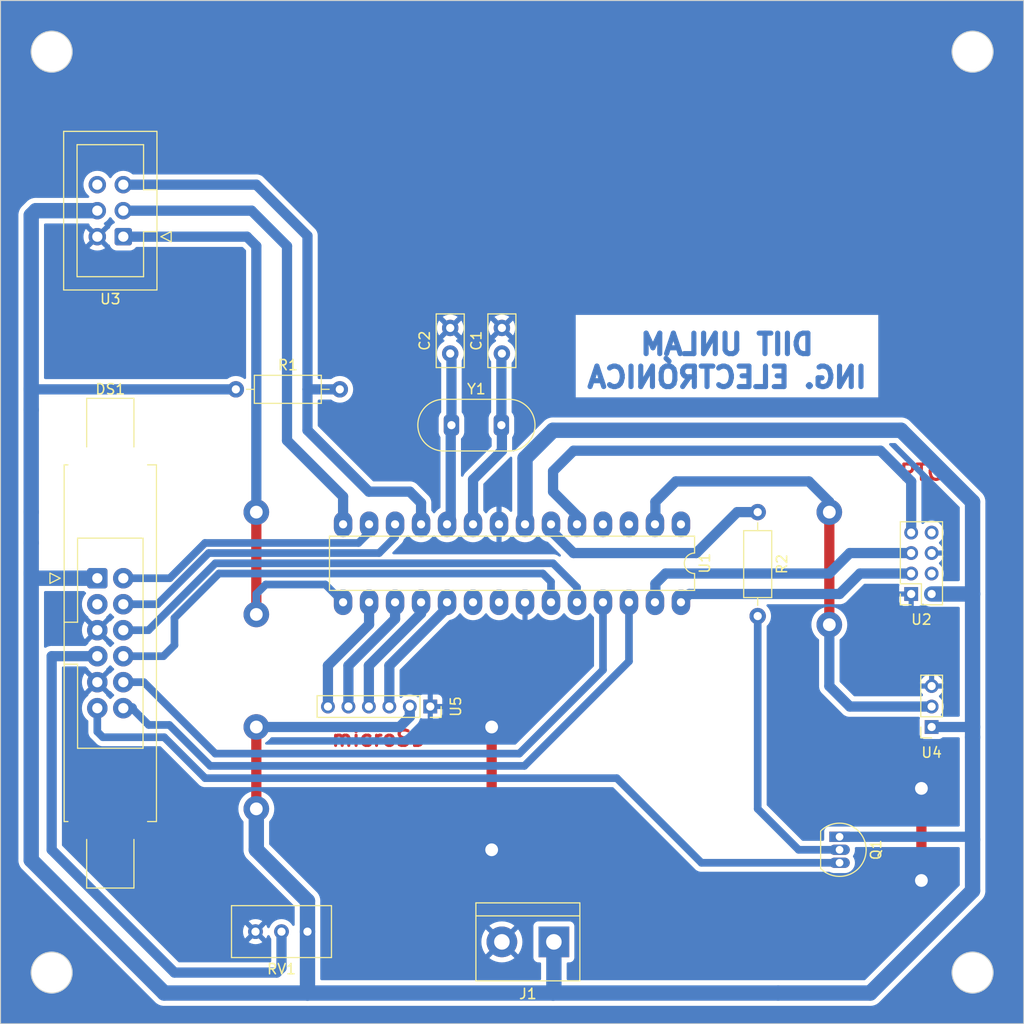
<source format=kicad_pcb>
(kicad_pcb (version 20221018) (generator pcbnew)
  (title_block (title "Control de Energía por Tiempos de Operación") (date "2023-06-09") (company "Electrónica de Potencia - DIIT UNLAM") (comment 1 "Ing. Guillermo Luis Miquel - Ing. Oscar Pugliese") (comment 2 "AGOSTINO - MEHLE - RUIZ - SOKOLIC - YUJRA"))
  (layers (0 "F.Cu" signal) (31 "B.Cu" signal) (34 "B.Paste" user) (35 "F.Paste" user) (36 "B.SilkS" user "B.Silkscreen") (37 "F.SilkS" user "F.Silkscreen") (38 "B.Mask" user) (39 "F.Mask" user) (44 "Edge.Cuts" user))
  (net 0 "")
  (net 1 "GND")
  (net 2 "+5V")
  (net 3 "Net-(DS1-VO)")
  (net 4 "LCD_RS")
  (net 5 "LCD_EN")
  (net 7 "LCD_D4")
  (net 8 "LCD_D5")
  (net 9 "Net-(Q1-B)")
  (net 10 "LED (+)")
  (net 11 "SWITCH")
  (net 13 "Net-(U1-PD4)")
  (net 14 "CS")
  (net 16 "SQW")
  (net 17 "Net-(U1-PB0)")
  (net 18 "Net-(U1-PB1)")
  (net 19 "MOSI")
  (net 20 "MISO")
  (net 21 "SALIDA_RELAY")
  (net 24 "LCD_D6")
  (net 25 "LCD_D7")
  (net 26 "SDA")
  (net 27 "SCL")
  (net 30 "Net-(U1-XTAL1{slash}PB6)")
  (net 31 "Net-(U1-XTAL2{slash}PB7)")
  (net 32 "SCK")
  (footprint "Resistor_THT:R_Axial_DIN0207_L6.3mm_D2.5mm_P10.16mm_Horizontal" (layer "F.Cu") (at 122 88)
    (fp_text reference "R1" (at 5.08 -2.37) (layer "F.SilkS"))
    (fp_text value "10K")
    (fp_line (start 1.04 0) (end 1.81 0) (stroke (width 0.12)) (layer "F.SilkS"))
    (fp_line (start 1.81 -1.37) (end 1.81 1.37) (stroke (width 0.12)) (layer "F.SilkS"))
    (fp_line (start 1.81 1.37) (end 8.35 1.37) (stroke (width 0.12)) (layer "F.SilkS"))
    (fp_line (start 8.35 -1.37) (end 1.81 -1.37) (stroke (width 0.12)) (layer "F.SilkS"))
    (fp_line (start 8.35 1.37) (end 8.35 -1.37) (stroke (width 0.12)) (layer "F.SilkS"))
    (fp_line (start 9.12 0) (end 8.35 0) (stroke (width 0.12)) (layer "F.SilkS"))
    (pad "1" thru_hole circle (at 0 0) (size 1.6 1.6) (drill 0.8) (layers "*.Cu" "*.Mask") (net 2 "+5V"))
    (pad "2" thru_hole oval (at 10.16 0) (size 1.6 1.6) (drill 0.8) (layers "*.Cu" "*.Mask") (net 11 "SWITCH"))
  )
  (footprint "Connector_PinSocket_2.00mm:PinSocket_2x04_P2.00mm_Vertical" (layer "F.Cu") (at 188 108 180)
    (fp_text reference "U2" (at -1 -2.5 180) (layer "F.SilkS"))
    (fp_text value "DS3231M")
    (fp_line (start -3.06 -1.06) (end -3.06 7.06) (stroke (width 0.12)) (layer "F.SilkS"))
    (fp_line (start -3.06 -1.06) (end -1 -1.06) (stroke (width 0.12)) (layer "F.SilkS"))
    (fp_line (start -3.06 7.06) (end 1.06 7.06) (stroke (width 0.12)) (layer "F.SilkS"))
    (fp_line (start -1 -1.06) (end -1 1) (stroke (width 0.12)) (layer "F.SilkS"))
    (fp_line (start -1 1) (end 1.06 1) (stroke (width 0.12)) (layer "F.SilkS"))
    (fp_line (start 0 -1.06) (end 1.06 -1.06) (stroke (width 0.12)) (layer "F.SilkS"))
    (fp_line (start 1.06 -1.06) (end 1.06 0) (stroke (width 0.12)) (layer "F.SilkS"))
    (fp_line (start 1.06 1) (end 1.06 7.06) (stroke (width 0.12)) (layer "F.SilkS"))
    (pad "1" thru_hole oval (at -2 6 180) (size 1.35 1.35) (drill 0.8) (layers "*.Cu" "*.Mask"))
    (pad "2" thru_hole oval (at -2 0 180) (size 1.35 1.35) (drill 0.8) (layers "*.Cu" "*.Mask") (net 2 "+5V"))
    (pad "3" thru_hole oval (at 0 6 180) (size 1.35 1.35) (drill 0.8) (layers "*.Cu" "*.Mask") (net 16 "SQW"))
    (pad "4" thru_hole oval (at -2 2 180) (size 1.35 1.35) (drill 0.8) (layers "*.Cu" "*.Mask"))
    (pad "6" thru_hole oval (at -2 4 180) (size 1.35 1.35) (drill 0.8) (layers "*.Cu" "*.Mask") (net 1 "GND"))
    (pad "8" thru_hole rect (at 0 0 180) (size 1.35 1.35) (drill 0.8) (layers "*.Cu" "*.Mask") (net 1 "GND"))
    (pad "15" thru_hole oval (at 0 4 180) (size 1.35 1.35) (drill 0.8) (layers "*.Cu" "*.Mask") (net 26 "SDA"))
    (pad "16" thru_hole oval (at 0 2 180) (size 1.35 1.35) (drill 0.8) (layers "*.Cu" "*.Mask") (net 27 "SCL"))
  )
  (footprint "Capacitor_THT:C_Disc_D5.0mm_W2.5mm_P2.50mm" (layer "F.Cu") (at 148 84.5 90)
    (fp_text reference "C1" (at 1.25 -2.5 90) (layer "F.SilkS"))
    (fp_text value "22pF")
    (fp_line (start -1.37 -1.37) (end -1.37 1.37) (stroke (width 0.12)) (layer "F.SilkS"))
    (fp_line (start -1.37 -1.37) (end 3.87 -1.37) (stroke (width 0.12)) (layer "F.SilkS"))
    (fp_line (start -1.37 1.37) (end 3.87 1.37) (stroke (width 0.12)) (layer "F.SilkS"))
    (fp_line (start 3.87 -1.37) (end 3.87 1.37) (stroke (width 0.12)) (layer "F.SilkS"))
    (pad "1" thru_hole circle (at 0 0 90) (size 1.6 1.6) (drill 0.8) (layers "*.Cu" "*.Mask") (net 30 "Net-(U1-XTAL1{slash}PB6)"))
    (pad "2" thru_hole circle (at 2.5 0 90) (size 1.6 1.6) (drill 0.8) (layers "*.Cu" "*.Mask") (net 1 "GND"))
  )
  (footprint "TerminalBlock:TerminalBlock_bornier-2_P5.08mm" (layer "F.Cu") (at 153.08 142 180)
    (fp_text reference "J1" (at 2.54 -5.08) (layer "F.SilkS"))
    (fp_text value "Conn_01x02_Socket")
    (fp_line (start -2.54 -3.81) (end -2.54 3.81) (stroke (width 0.12)) (layer "F.SilkS"))
    (fp_line (start -2.54 3.81) (end 7.62 3.81) (stroke (width 0.12)) (layer "F.SilkS"))
    (fp_line (start 7.62 -3.81) (end -2.54 -3.81) (stroke (width 0.12)) (layer "F.SilkS"))
    (fp_line (start 7.62 2.54) (end -2.54 2.54) (stroke (width 0.12)) (layer "F.SilkS"))
    (fp_line (start 7.62 3.81) (end 7.62 -3.81) (stroke (width 0.12)) (layer "F.SilkS"))
    (pad "1" thru_hole rect (at 0 0 180) (size 3 3) (drill 1.52) (layers "*.Cu" "*.Mask") (net 2 "+5V"))
    (pad "2" thru_hole circle (at 5.08 0 180) (size 3 3) (drill 1.52) (layers "*.Cu" "*.Mask") (net 1 "GND"))
  )
  (footprint "Package_DIP:DIP-28_W7.62mm" (layer "F.Cu") (at 165.5 101.19 -90)
    (fp_text reference "U1" (at 3.81 -2.33 90) (layer "F.SilkS"))
    (fp_text value "ATmega328P-P")
    (fp_line (start 1.16 -1.33) (end 1.16 34.35) (stroke (width 0.12)) (layer "F.SilkS"))
    (fp_line (start 1.16 34.35) (end 6.46 34.35) (stroke (width 0.12)) (layer "F.SilkS"))
    (fp_line (start 2.81 -1.33) (end 1.16 -1.33) (stroke (width 0.12)) (layer "F.SilkS"))
    (fp_line (start 6.46 -1.33) (end 4.81 -1.33) (stroke (width 0.12)) (layer "F.SilkS"))
    (fp_line (start 6.46 34.35) (end 6.46 -1.33) (stroke (width 0.12)) (layer "F.SilkS"))
    (fp_arc (start 4.81 -1.33) (mid 3.81 -0.33) (end 2.81 -1.33) (stroke (width 0.12)) (layer "F.SilkS"))
    (pad "1" thru_hole oval (at 0 0 270) (size 2.5 1.8) (drill 0.8) (layers "*.Cu" "*.Mask"))
    (pad "2" thru_hole oval (at 0 2.54 270) (size 2.5 1.8) (drill 0.8) (layers "*.Cu" "*.Mask") (net 21 "SALIDA_RELAY"))
    (pad "3" thru_hole oval (at 0 5.08 270) (size 2.5 1.8) (drill 0.8) (layers "*.Cu" "*.Mask"))
    (pad "4" thru_hole oval (at 0 7.62 270) (size 2.5 1.8) (drill 0.8) (layers "*.Cu" "*.Mask"))
    (pad "5" thru_hole oval (at 0 10.16 270) (size 2.5 1.8) (drill 0.8) (layers "*.Cu" "*.Mask") (net 16 "SQW"))
    (pad "6" thru_hole oval (at 0 12.7 270) (size 2.5 1.8) (drill 0.8) (layers "*.Cu" "*.Mask") (net 13 "Net-(U1-PD4)"))
    (pad "7" thru_hole oval (at 0 15.24 270) (size 2.5 1.8) (drill 0.8) (layers "*.Cu" "*.Mask") (net 2 "+5V"))
    (pad "8" thru_hole oval (at 0 17.78 270) (size 2.5 1.8) (drill 0.8) (layers "*.Cu" "*.Mask") (net 1 "GND"))
    (pad "9" thru_hole oval (at 0 20.32 270) (size 2.5 1.8) (drill 0.8) (layers "*.Cu" "*.Mask") (net 30 "Net-(U1-XTAL1{slash}PB6)"))
    (pad "10" thru_hole oval (at 0 22.86 270) (size 2.5 1.8) (drill 0.8) (layers "*.Cu" "*.Mask") (net 31 "Net-(U1-XTAL2{slash}PB7)"))
    (pad "11" thru_hole oval (at 0 25.4 270) (size 2.5 1.8) (drill 0.8) (layers "*.Cu" "*.Mask") (net 11 "SWITCH"))
    (pad "12" thru_hole oval (at 0 27.94 270) (size 2.5 1.8) (drill 0.8) (layers "*.Cu" "*.Mask") (net 5 "LCD_EN"))
    (pad "13" thru_hole oval (at 0 30.48 270) (size 2.5 1.8) (drill 0.8) (layers "*.Cu" "*.Mask") (net 4 "LCD_RS"))
    (pad "14" thru_hole oval (at 0 33.02 270) (size 2.5 1.8) (drill 0.8) (layers "*.Cu" "*.Mask") (net 17 "Net-(U1-PB0)"))
    (pad "15" thru_hole oval (at 7.62 33.02 270) (size 2.5 1.8) (drill 0.8) (layers "*.Cu" "*.Mask") (net 18 "Net-(U1-PB1)"))
    (pad "16" thru_hole oval (at 7.62 30.48 270) (size 2.5 1.8) (drill 0.8) (layers "*.Cu" "*.Mask") (net 14 "CS"))
    (pad "17" thru_hole oval (at 7.62 27.94 270) (size 2.5 1.8) (drill 0.8) (layers "*.Cu" "*.Mask") (net 19 "MOSI"))
    (pad "18" thru_hole oval (at 7.62 25.4 270) (size 2.5 1.8) (drill 0.8) (layers "*.Cu" "*.Mask") (net 20 "MISO"))
    (pad "19" thru_hole oval (at 7.62 22.86 270) (size 2.5 1.8) (drill 0.8) (layers "*.Cu" "*.Mask") (net 32 "SCK"))
    (pad "20" thru_hole oval (at 7.62 20.32 270) (size 2.5 1.8) (drill 0.8) (layers "*.Cu" "*.Mask"))
    (pad "21" thru_hole oval (at 7.62 17.78 270) (size 2.5 1.8) (drill 0.8) (layers "*.Cu" "*.Mask"))
    (pad "22" thru_hole oval (at 7.62 15.24 270) (size 2.5 1.8) (drill 0.8) (layers "*.Cu" "*.Mask") (net 1 "GND"))
    (pad "23" thru_hole oval (at 7.62 12.7 270) (size 2.5 1.8) (drill 0.8) (layers "*.Cu" "*.Mask") (net 7 "LCD_D4"))
    (pad "24" thru_hole oval (at 7.62 10.16 270) (size 2.5 1.8) (drill 0.8) (layers "*.Cu" "*.Mask") (net 8 "LCD_D5"))
    (pad "25" thru_hole oval (at 7.62 7.62 270) (size 2.5 1.8) (drill 0.8) (layers "*.Cu" "*.Mask") (net 24 "LCD_D6"))
    (pad "26" thru_hole oval (at 7.62 5.08 270) (size 2.5 1.8) (drill 0.8) (layers "*.Cu" "*.Mask") (net 25 "LCD_D7"))
    (pad "27" thru_hole oval (at 7.62 2.54 270) (size 2.5 1.8) (drill 0.8) (layers "*.Cu" "*.Mask") (net 26 "SDA"))
    (pad "28" thru_hole oval (at 7.62 0 270) (size 2.5 1.8) (drill 0.8) (layers "*.Cu" "*.Mask") (net 27 "SCL"))
  )
  (footprint "Package_TO_SOT_THT:TO-92_Inline" (layer "F.Cu") (at 181 131.73 -90)
    (fp_text reference "Q1" (at 1.27 -3.56 90) (layer "F.SilkS"))
    (fp_text value "BC548")
    (fp_line (start -0.53 1.85) (end 3.07 1.85) (stroke (width 0.12)) (layer "F.SilkS"))
    (fp_arc (start -0.568478 1.838478) (mid -1.132087 -0.994977) (end 1.27 -2.6) (stroke (width 0.12)) (layer "F.SilkS"))
    (fp_arc (start 1.27 -2.6) (mid 3.672087 -0.994977) (end 3.108478 1.838478) (stroke (width 0.12)) (layer "F.SilkS"))
    (pad "1" thru_hole rect (at 0 0 270) (size 1 2) (drill 0.75) (layers "*.Cu" "*.Mask") (net 2 "+5V"))
    (pad "2" thru_hole oval (at 1.27 0 270) (size 1 2) (drill 0.75) (layers "*.Cu" "*.Mask") (net 9 "Net-(Q1-B)"))
    (pad "3" thru_hole oval (at 2.54 0 270) (size 1 2) (drill 0.75) (layers "*.Cu" "*.Mask") (net 10 "LED (+)"))
  )
  (footprint "Capacitor_THT:C_Disc_D5.0mm_W2.5mm_P2.50mm" (layer "F.Cu") (at 142.95 84.5 90)
    (fp_text reference "C2" (at 1.25 -2.5 90) (layer "F.SilkS"))
    (fp_text value "22pF")
    (fp_line (start -1.37 -1.37) (end -1.37 1.37) (stroke (width 0.12)) (layer "F.SilkS"))
    (fp_line (start -1.37 -1.37) (end 3.87 -1.37) (stroke (width 0.12)) (layer "F.SilkS"))
    (fp_line (start -1.37 1.37) (end 3.87 1.37) (stroke (width 0.12)) (layer "F.SilkS"))
    (fp_line (start 3.87 -1.37) (end 3.87 1.37) (stroke (width 0.12)) (layer "F.SilkS"))
    (pad "1" thru_hole circle (at 0 0 90) (size 1.6 1.6) (drill 0.8) (layers "*.Cu" "*.Mask") (net 31 "Net-(U1-XTAL2{slash}PB7)"))
    (pad "2" thru_hole circle (at 2.5 0 90) (size 1.6 1.6) (drill 0.8) (layers "*.Cu" "*.Mask") (net 1 "GND"))
  )
  (footprint "Resistor_THT:R_Axial_DIN0207_L6.3mm_D2.5mm_P10.16mm_Horizontal" (layer "F.Cu") (at 173 100 -90)
    (fp_text reference "R2" (at 5.08 -2.37 90) (layer "F.SilkS"))
    (fp_text value "1K")
    (fp_line (start 1.04 0) (end 1.81 0) (stroke (width 0.12)) (layer "F.SilkS"))
    (fp_line (start 1.81 -1.37) (end 1.81 1.37) (stroke (width 0.12)) (layer "F.SilkS"))
    (fp_line (start 1.81 1.37) (end 8.35 1.37) (stroke (width 0.12)) (layer "F.SilkS"))
    (fp_line (start 8.35 -1.37) (end 1.81 -1.37) (stroke (width 0.12)) (layer "F.SilkS"))
    (fp_line (start 8.35 1.37) (end 8.35 -1.37) (stroke (width 0.12)) (layer "F.SilkS"))
    (fp_line (start 9.12 0) (end 8.35 0) (stroke (width 0.12)) (layer "F.SilkS"))
    (pad "1" thru_hole circle (at 0 0 270) (size 1.6 1.6) (drill 0.8) (layers "*.Cu" "*.Mask") (net 13 "Net-(U1-PD4)"))
    (pad "2" thru_hole oval (at 10.16 0 270) (size 1.6 1.6) (drill 0.8) (layers "*.Cu" "*.Mask") (net 9 "Net-(Q1-B)"))
  )
  (footprint "Crystal:Crystal_HC49-4H_Vertical" (layer "F.Cu") (at 143.07 91.5)
    (fp_text reference "Y1" (at 2.44 -3.525) (layer "F.SilkS"))
    (fp_text value "16MHz")
    (fp_line (start -0.76 -2.525) (end 5.64 -2.525) (stroke (width 0.12)) (layer "F.SilkS"))
    (fp_line (start -0.76 2.525) (end 5.64 2.525) (stroke (width 0.12)) (layer "F.SilkS"))
    (fp_arc (start -0.76 2.525) (mid -3.285 0) (end -0.76 -2.525) (stroke (width 0.12)) (layer "F.SilkS"))
    (fp_arc (start 5.64 -2.525) (mid 8.165 0) (end 5.64 2.525) (stroke (width 0.12)) (layer "F.SilkS"))
    (pad "1" thru_hole roundrect (at 0 0) (size 1.5 2) (drill 0.8) (layers "*.Cu" "*.Mask") (net 31 "Net-(U1-XTAL2{slash}PB7)"))
    (pad "2" thru_hole roundrect (at 4.88 0) (size 1.5 2) (drill 0.8) (layers "*.Cu" "*.Mask") (net 30 "Net-(U1-XTAL1{slash}PB6)"))
  )
  (footprint "Connector_PinSocket_2.00mm:PinSocket_1x03_P2.00mm_Vertical" (layer "F.Cu") (at 190 121 180)
    (fp_text reference "U4" (at 0 -2.5) (layer "F.SilkS"))
    (fp_text value "~")
    (fp_line (start -1.06 1) (end -1.06 5.06) (stroke (width 0.12)) (layer "F.SilkS"))
    (fp_line (start -1.06 1) (end 1.06 1) (stroke (width 0.12)) (layer "F.SilkS"))
    (fp_line (start -1.06 5.06) (end 1.06 5.06) (stroke (width 0.12)) (layer "F.SilkS"))
    (fp_line (start 0 -1.06) (end 1.06 -1.06) (stroke (width 0.12)) (layer "F.SilkS"))
    (fp_line (start 1.06 -1.06) (end 1.06 0) (stroke (width 0.12)) (layer "F.SilkS"))
    (fp_line (start 1.06 1) (end 1.06 5.06) (stroke (width 0.12)) (layer "F.SilkS"))
    (pad "1" thru_hole rect (at 0 0 180) (size 1.35 1.35) (drill 0.8) (layers "*.Cu" "*.Mask") (net 2 "+5V"))
    (pad "2" thru_hole oval (at 0 2 180) (size 1.35 1.35) (drill 0.8) (layers "*.Cu" "*.Mask") (net 21 "SALIDA_RELAY"))
    (pad "3" thru_hole oval (at 0 4 180) (size 1.35 1.35) (drill 0.8) (layers "*.Cu" "*.Mask") (net 1 "GND"))
  )
  (footprint "Connector_IDC:IDC-Header_2x06-1MP_P2.54mm_Latch6.5mm_Vertical" (layer "F.Cu") (at 108.46 106.46)
    (fp_text reference "DS1" (at 1.27 -18.47) (layer "F.SilkS"))
    (fp_text value "WC1602A")
    (fp_line (start -4.63 -0.5) (end -4.63 0.5) (stroke (width 0.12)) (layer "F.SilkS"))
    (fp_line (start -4.63 0.5) (end -3.63 0) (stroke (width 0.12)) (layer "F.SilkS"))
    (fp_line (start -3.63 0) (end -4.63 -0.5) (stroke (width 0.12)) (layer "F.SilkS"))
    (fp_line (start -3.24 -11.08) (end -3.24 23.78) (stroke (width 0.12)) (layer "F.SilkS"))
    (fp_line (start -3.24 4.3) (end -1.93 4.3) (stroke (width 0.12)) (layer "F.SilkS"))
    (fp_line (start -3.24 23.78) (end -2.87 23.78) (stroke (width 0.12)) (layer "F.SilkS"))
    (fp_line (start -2.87 -11.08) (end -3.24 -11.08) (stroke (width 0.12)) (layer "F.SilkS"))
    (fp_line (start -1.93 -3.92) (end 4.47 -3.92) (stroke (width 0.12)) (layer "F.SilkS"))
    (fp_line (start -1.93 4.3) (end -1.93 -3.92) (stroke (width 0.12)) (layer "F.SilkS"))
    (fp_line (start -1.93 8.4) (end -3.24 8.4) (stroke (width 0.12)) (layer "F.SilkS"))
    (fp_line (start -1.93 8.4) (end -1.93 8.4) (stroke (width 0.12)) (layer "F.SilkS"))
    (fp_line (start -1.93 16.62) (end -1.93 8.4) (stroke (width 0.12)) (layer "F.SilkS"))
    (fp_line (start -1.04 -17.58) (end 3.58 -17.58) (stroke (width 0.12)) (layer "F.SilkS"))
    (fp_line (start -1.04 -12.83) (end -1.04 -17.58) (stroke (width 0.12)) (layer "F.SilkS"))
    (fp_line (start -1.04 25.53) (end -1.04 30.28) (stroke (width 0.12)) (layer "F.SilkS"))
    (fp_line (start -1.04 30.28) (end 3.58 30.28) (stroke (width 0.12)) (layer "F.SilkS"))
    (fp_line (start 3.58 -17.58) (end 3.58 -12.83) (stroke (width 0.12)) (layer "F.SilkS"))
    (fp_line (start 3.58 30.28) (end 3.58 25.53) (stroke (width 0.12)) (layer "F.SilkS"))
    (fp_line (start 4.47 -3.92) (end 4.47 16.62) (stroke (width 0.12)) (layer "F.SilkS"))
    (fp_line (start 4.47 16.62) (end -1.93 16.62) (stroke (width 0.12)) (layer "F.SilkS"))
    (fp_line (start 4.91 -11.08) (end 5.78 -11.08) (stroke (width 0.12)) (layer "F.SilkS"))
    (fp_line (start 5.78 -11.08) (end 5.78 23.78) (stroke (width 0.12)) (layer "F.SilkS"))
    (fp_line (start 5.78 23.78) (end 4.91 23.78) (stroke (width 0.12)) (layer "F.SilkS"))
    (pad "2" thru_hole roundrect (at 0 0) (size 2 2) (drill 1) (layers "*.Cu" "*.Mask") (roundrect_rratio 0.147059) (net 2 "+5V"))
    (pad "3" thru_hole circle (at 0 7.62) (size 2 2) (drill 1) (layers "*.Cu" "*.Mask") (net 3 "Net-(DS1-VO)"))
    (pad "4" thru_hole circle (at 2.54 0) (size 2 2) (drill 1) (layers "*.Cu" "*.Mask") (net 4 "LCD_RS"))
    (pad "5" thru_hole circle (at 0 5.08) (size 2 2) (drill 1) (layers "*.Cu" "*.Mask") (net 1 "GND"))
    (pad "6" thru_hole circle (at 2.54 2.54) (size 2 2) (drill 1) (layers "*.Cu" "*.Mask") (net 5 "LCD_EN"))
    (pad "10" thru_hole circle (at 0 2.54) (size 2 2) (drill 1) (layers "*.Cu" "*.Mask"))
    (pad "11" thru_hole circle (at 2.54 7.62) (size 2 2) (drill 1) (layers "*.Cu" "*.Mask") (net 7 "LCD_D4"))
    (pad "12" thru_hole circle (at 2.54 5.08) (size 2 2) (drill 1) (layers "*.Cu" "*.Mask") (net 8 "LCD_D5"))
    (pad "13" thru_hole circle (at 2.54 10.16) (size 2 2) (drill 1) (layers "*.Cu" "*.Mask") (net 24 "LCD_D6"))
    (pad "14" thru_hole circle (at 2.54 12.7) (size 2 2) (drill 1) (layers "*.Cu" "*.Mask") (net 25 "LCD_D7"))
    (pad "15" thru_hole circle (at 0 12.7) (size 2 2) (drill 1) (layers "*.Cu" "*.Mask") (net 10 "LED (+)"))
    (pad "16" thru_hole circle (at 0 10.16) (size 2 2) (drill 1) (layers "*.Cu" "*.Mask") (net 1 "GND"))
  )
  (footprint "Potentiometer_THT:Potentiometer_Bourns_3296W_Vertical" (layer "F.Cu") (at 123.92 141 180)
    (fp_text reference "RV1" (at -2.54 -3.66) (layer "F.SilkS"))
    (fp_text value "10K")
    (fp_line (start -7.425 -2.53) (end -7.425 2.54) (stroke (width 0.12)) (layer "F.SilkS"))
    (fp_line (start -7.425 -2.53) (end 2.345 -2.53) (stroke (width 0.12)) (layer "F.SilkS"))
    (fp_line (start -7.425 2.54) (end 2.345 2.54) (stroke (width 0.12)) (layer "F.SilkS"))
    (fp_line (start 2.345 -2.53) (end 2.345 2.54) (stroke (width 0.12)) (layer "F.SilkS"))
    (pad "1" thru_hole circle (at 0 0 180) (size 1.44 1.44) (drill 0.8) (layers "*.Cu" "*.Mask") (net 1 "GND"))
    (pad "2" thru_hole circle (at -2.54 0 180) (size 1.44 1.44) (drill 0.8) (layers "*.Cu" "*.Mask") (net 3 "Net-(DS1-VO)"))
    (pad "3" thru_hole circle (at -5.08 0 180) (size 1.44 1.44) (drill 0.8) (layers "*.Cu" "*.Mask") (net 2 "+5V"))
  )
  (footprint "Connector_PinSocket_2.00mm:PinSocket_1x06_P2.00mm_Vertical" (layer "F.Cu") (at 141 119 -90)
    (fp_text reference "U5" (at 0 -2.5 90) (layer "F.SilkS"))
    (fp_text value "~")
    (fp_line (start -1.06 1) (end -1.06 11.06) (stroke (width 0.12)) (layer "F.SilkS"))
    (fp_line (start -1.06 1) (end 1.06 1) (stroke (width 0.12)) (layer "F.SilkS"))
    (fp_line (start -1.06 11.06) (end 1.06 11.06) (stroke (width 0.12)) (layer "F.SilkS"))
    (fp_line (start 0 -1.06) (end 1.06 -1.06) (stroke (width 0.12)) (layer "F.SilkS"))
    (fp_line (start 1.06 -1.06) (end 1.06 0) (stroke (width 0.12)) (layer "F.SilkS"))
    (fp_line (start 1.06 1) (end 1.06 11.06) (stroke (width 0.12)) (layer "F.SilkS"))
    (pad "1" thru_hole rect (at 0 0 270) (size 1.35 1.35) (drill 0.8) (layers "*.Cu" "*.Mask") (net 1 "GND"))
    (pad "2" thru_hole oval (at 0 2 270) (size 1.35 1.35) (drill 0.8) (layers "*.Cu" "*.Mask") (net 2 "+5V"))
    (pad "3" thru_hole oval (at 0 6 270) (size 1.35 1.35) (drill 0.8) (layers "*.Cu" "*.Mask") (net 20 "MISO"))
    (pad "4" thru_hole oval (at 0 8 270) (size 1.35 1.35) (drill 0.8) (layers "*.Cu" "*.Mask") (net 19 "MOSI"))
    (pad "5" thru_hole oval (at 0 4 270) (size 1.35 1.35) (drill 0.8) (layers "*.Cu" "*.Mask") (net 32 "SCK"))
    (pad "6" thru_hole oval (at 0 10 270) (size 1.35 1.35) (drill 0.8) (layers "*.Cu" "*.Mask") (net 14 "CS"))
  )
  (footprint "Connector_IDC:IDC-Header_2x03_P2.54mm_Vertical" (layer "F.Cu") (at 111 73.08 180)
    (fp_text reference "U3" (at 1.27 -6.1) (layer "F.SilkS"))
    (fp_text value "~")
    (fp_line (start -4.68 -0.5) (end -4.68 0.5) (stroke (width 0.12)) (layer "F.SilkS"))
    (fp_line (start -4.68 0.5) (end -3.68 0) (stroke (width 0.12)) (layer "F.SilkS"))
    (fp_line (start -3.68 0) (end -4.68 -0.5) (stroke (width 0.12)) (layer "F.SilkS"))
    (fp_line (start -3.29 -5.21) (end 5.83 -5.21) (stroke (width 0.12)) (layer "F.SilkS"))
    (fp_line (start -3.29 0.49) (end -1.98 0.49) (stroke (width 0.12)) (layer "F.SilkS"))
    (fp_line (start -3.29 10.29) (end -3.29 -5.21) (stroke (width 0.12)) (layer "F.SilkS"))
    (fp_line (start -1.98 -3.91) (end 4.52 -3.91) (stroke (width 0.12)) (layer "F.SilkS"))
    (fp_line (start -1.98 0.49) (end -1.98 -3.91) (stroke (width 0.12)) (layer "F.SilkS"))
    (fp_line (start -1.98 4.59) (end -3.29 4.59) (stroke (width 0.12)) (layer "F.SilkS"))
    (fp_line (start -1.98 4.59) (end -1.98 4.59) (stroke (width 0.12)) (layer "F.SilkS"))
    (fp_line (start -1.98 8.99) (end -1.98 4.59) (stroke (width 0.12)) (layer "F.SilkS"))
    (fp_line (start 4.52 -3.91) (end 4.52 8.99) (stroke (width 0.12)) (layer "F.SilkS"))
    (fp_line (start 4.52 8.99) (end -1.98 8.99) (stroke (width 0.12)) (layer "F.SilkS"))
    (fp_line (start 5.83 -5.21) (end 5.83 10.29) (stroke (width 0.12)) (layer "F.SilkS"))
    (fp_line (start 5.83 10.29) (end -3.29 10.29) (stroke (width 0.12)) (layer "F.SilkS"))
    (pad "1" thru_hole circle (at 2.54 2.54 180) (size 1.7 1.7) (drill 1) (layers "*.Cu" "*.Mask") (net 2 "+5V"))
    (pad "2" thru_hole circle (at 2.54 0 180) (size 1.7 1.7) (drill 1) (layers "*.Cu" "*.Mask") (net 1 "GND"))
    (pad "3" thru_hole circle (at 0 2.54 180) (size 1.7 1.7) (drill 1) (layers "*.Cu" "*.Mask") (net 17 "Net-(U1-PB0)"))
    (pad "4" thru_hole roundrect (at 0 0 180) (size 1.7 1.7) (drill 1) (layers "*.Cu" "*.Mask") (roundrect_rratio 0.147059) (net 18 "Net-(U1-PB1)"))
    (pad "5" thru_hole circle (at 0 5.08 180) (size 1.7 1.7) (drill 1) (layers "*.Cu" "*.Mask") (net 11 "SWITCH"))
    (pad "6" thru_hole circle (at 2.54 5.08 180) (size 1.7 1.7) (drill 1) (layers "*.Cu" "*.Mask"))
  )
  (gr_rect (start 142 54) (end 186 76) (stroke (width 0.1)) (fill none) (layer "F.Cu"))
  (gr_circle (center 194 145) (end 196 145) (stroke (width 0.1)) (fill none) (layer "Edge.Cuts"))
  (gr_rect (start 99 50) (end 199 150) (stroke (width 0.1)) (fill none) (layer "Edge.Cuts"))
  (gr_circle (center 104 55) (end 106 55) (stroke (width 0.1)) (fill none) (layer "Edge.Cuts"))
  (gr_circle (center 194 55) (end 196 55) (stroke (width 0.1)) (fill none) (layer "Edge.Cuts"))
  (gr_circle (center 104 145) (end 106 145) (stroke (width 0.1)) (fill none) (layer "Edge.Cuts"))
  (gr_text "OSCILADOR" (at 146 79) (layer "F.Cu") (effects (font (size 1.5 1.5) (thickness 0.3) bold) (justify bottom)))
  (gr_text "microSD" (at 136 123) (layer "F.Cu") (effects (font (size 1.5 1.5) (thickness 0.3) bold) (justify bottom)))
  (gr_text "ENCODER" (at 110 81) (layer "F.Cu") (effects (font (size 1.5 1.5) (thickness 0.3) bold) (justify bottom)))
  (gr_text "LCD\n16x2" (at 110 128) (layer "F.Cu") (effects (font (size 1.5 1.5) (thickness 0.3) bold) (justify bottom)))
  (gr_text "RTC" (at 189 97) (layer "F.Cu") (effects (font (size 1.5 1.5) (thickness 0.3) bold) (justify bottom)))
  (gr_text "+5V" (at 157 143) (layer "F.Cu") (effects (font (size 1.5 1.5) (thickness 0.3) bold) (justify left bottom)))
  (gr_text "RTC" (at 158 67) (layer "F.Cu") (effects (font (size 4 4) (thickness 1) bold) (justify left bottom)))
  (gr_text "GND" (at 140 143) (layer "F.Cu") (effects (font (size 1.5 1.5) (thickness 0.3) bold) (justify left bottom)))
  (gr_text "DIIT UNLAM\nING. ELECTRÓNICA" (at 170 88) (layer "B.Cu") (effects (font (size 2 2) (thickness 0.5) bold) (justify bottom mirror)))
  (segment (start 147 121) (end 147 133) (width 1) (layer "F.Cu") (net 1))
  (segment (start 189 127) (end 189 136) (width 1) (layer "F.Cu") (net 1))
  (via (at 189 127) (size 2.5) (drill 1.25) (layers "F.Cu" "B.Cu") (net 1))
  (via (at 147 133) (size 2.5) (drill 1.25) (layers "F.Cu" "B.Cu") (net 1))
  (via (at 189 136) (size 2.5) (drill 1.25) (layers "F.Cu" "B.Cu") (net 1))
  (via (at 147 121) (size 2.5) (drill 1.25) (layers "F.Cu" "B.Cu") (net 1))
  (segment (start 124 121) (end 124 129) (width 1) (layer "F.Cu") (net 2))
  (via (at 124 121) (size 2.5) (drill 1.25) (layers "F.Cu" "B.Cu") (net 2))
  (via (at 124 129) (size 2.5) (drill 1.25) (layers "F.Cu" "B.Cu") (net 2))
  (segment (start 129 141) (end 129 138) (width 1.5) (layer "B.Cu") (net 2))
  (segment (start 102 134) (end 102 106) (width 1.5) (layer "B.Cu") (net 2))
  (segment (start 108.46 106.46) (end 102.46 106.46) (width 1.5) (layer "B.Cu") (net 2))
  (segment (start 190 121) (end 194 121) (width 1) (layer "B.Cu") (net 2))
  (segment (start 102 100) (end 102 90) (width 1.5) (layer "B.Cu") (net 2))
  (segment (start 129 138) (end 124 133) (width 1.5) (layer "B.Cu") (net 2))
  (segment (start 102.46 106.46) (end 102 106) (width 1.5) (layer "B.Cu") (net 2))
  (segment (start 124 133) (end 124 129) (width 1.5) (layer "B.Cu") (net 2))
  (segment (start 194 132) (end 194 122) (width 1.5) (layer "B.Cu") (net 2))
  (segment (start 194 122) (end 194 121) (width 1.5) (layer "B.Cu") (net 2))
  (segment (start 102 90) (end 102 88) (width 1.5) (layer "B.Cu") (net 2))
  (segment (start 194 121) (end 194 108) (width 1.5) (layer "B.Cu") (net 2))
  (segment (start 150.26 101.19) (end 150.26 94.74) (width 1.5) (layer "B.Cu") (net 2))
  (segment (start 194 108) (end 190 108) (width 1.5) (layer "B.Cu") (net 2))
  (segment (start 153.08 146.92) (end 153 147) (width 1.5) (layer "B.Cu") (net 2))
  (segment (start 153 147) (end 175 147) (width 1.5) (layer "B.Cu") (net 2))
  (segment (start 193.73 131.73) (end 194 132) (width 1) (layer "B.Cu") (net 2))
  (segment (start 138 121) (end 124 121) (width 1) (layer "B.Cu") (net 2))
  (segment (start 108.46 70.54) (end 102.46 70.54) (width 1.5) (layer "B.Cu") (net 2))
  (segment (start 102 103) (end 102 100) (width 1.5) (layer "B.Cu") (net 2))
  (segment (start 102 106) (end 102 103) (width 1.5) (layer "B.Cu") (net 2))
  (segment (start 181 131.73) (end 193.73 131.73) (width 1) (layer "B.Cu") (net 2))
  (segment (start 175 147) (end 184 147) (width 1.5) (layer "B.Cu") (net 2))
  (segment (start 122 88) (end 102 88) (width 1) (layer "B.Cu") (net 2))
  (segment (start 194 137) (end 194 132) (width 1.5) (layer "B.Cu") (net 2))
  (segment (start 139 120) (end 138 121) (width 1) (layer "B.Cu") (net 2))
  (segment (start 102.46 70.54) (end 102 71) (width 1.5) (layer "B.Cu") (net 2))
  (segment (start 194 99) (end 194 108) (width 1.5) (layer "B.Cu") (net 2))
  (segment (start 187 92) (end 194 99) (width 1.5) (layer "B.Cu") (net 2))
  (segment (start 129 141) (end 129 147) (width 1.5) (layer "B.Cu") (net 2))
  (segment (start 115 147) (end 102 134) (width 1.5) (layer "B.Cu") (net 2))
  (segment (start 153.08 142) (end 153.08 146.92) (width 1.5) (layer "B.Cu") (net 2))
  (segment (start 139 119) (end 139 120) (width 1) (layer "B.Cu") (net 2))
  (segment (start 184 147) (end 194 137) (width 1.5) (layer "B.Cu") (net 2))
  (segment (start 153 147) (end 129 147) (width 1.5) (layer "B.Cu") (net 2))
  (segment (start 150.26 94.74) (end 153 92) (width 1.5) (layer "B.Cu") (net 2))
  (segment (start 129 147) (end 115 147) (width 1.5) (layer "B.Cu") (net 2))
  (segment (start 153 92) (end 187 92) (width 1.5) (layer "B.Cu") (net 2))
  (segment (start 102 88) (end 102 71) (width 1.5) (layer "B.Cu") (net 2))
  (segment (start 116 145) (end 104 133) (width 1) (layer "B.Cu") (net 3))
  (segment (start 104 133) (end 104 114.08) (width 1) (layer "B.Cu") (net 3))
  (segment (start 126.46 141) (end 126.46 144.54) (width 1) (layer "B.Cu") (net 3))
  (segment (start 126.46 144.54) (end 126 145) (width 1) (layer "B.Cu") (net 3))
  (segment (start 126 145) (end 116 145) (width 1) (layer "B.Cu") (net 3))
  (segment (start 104 114.08) (end 108.46 114.08) (width 1) (layer "B.Cu") (net 3))
  (segment (start 133.985 103.015) (end 118.985 103.015) (width 0.75) (layer "B.Cu") (net 4))
  (segment (start 118.985 103.015) (end 115.54 106.46) (width 0.75) (layer "B.Cu") (net 4))
  (segment (start 115.54 106.46) (end 111 106.46) (width 0.75) (layer "B.Cu") (net 4))
  (segment (start 135.02 101.98) (end 133.985 103.015) (width 0.75) (layer "B.Cu") (net 4))
  (segment (start 135.02 101.19) (end 135.02 101.98) (width 0.75) (layer "B.Cu") (net 4))
  (segment (start 137.56 101.19) (end 137.56 102.44) (width 0.75) (layer "B.Cu") (net 5))
  (segment (start 119.343502 104) (end 114.343502 109) (width 0.75) (layer "B.Cu") (net 5))
  (segment (start 136 104) (end 119.343502 104) (width 0.75) (layer "B.Cu") (net 5))
  (segment (start 137.56 102.44) (end 136 104) (width 0.75) (layer "B.Cu") (net 5))
  (segment (start 114.343502 109) (end 111 109) (width 0.75) (layer "B.Cu") (net 5))
  (segment (start 152 106) (end 120.343502 106) (width 0.75) (layer "B.Cu") (net 7))
  (segment (start 116 110.343502) (end 116 113) (width 0.75) (layer "B.Cu") (net 7))
  (segment (start 114.92 114.08) (end 111 114.08) (width 0.75) (layer "B.Cu") (net 7))
  (segment (start 152.8 108.81) (end 152.8 106.8) (width 0.75) (layer "B.Cu") (net 7))
  (segment (start 152.8 106.8) (end 152 106) (width 0.75) (layer "B.Cu") (net 7))
  (segment (start 116 113) (end 114.92 114.08) (width 0.75) (layer "B.Cu") (net 7))
  (segment (start 120.343502 106) (end 116 110.343502) (width 0.75) (layer "B.Cu") (net 7))
  (segment (start 113.46 111.54) (end 111 111.54) (width 0.75) (layer "B.Cu") (net 8))
  (segment (start 153 105) (end 120 105) (width 0.75) (layer "B.Cu") (net 8))
  (segment (start 155.34 107.34) (end 153 105) (width 0.75) (layer "B.Cu") (net 8))
  (segment (start 155.34 108.81) (end 155.34 107.34) (width 0.75) (layer "B.Cu") (net 8))
  (segment (start 120 105) (end 113.46 111.54) (width 0.75) (layer "B.Cu") (net 8))
  (segment (start 173 110.16) (end 173 129) (width 0.75) (layer "B.Cu") (net 9))
  (segment (start 173 129) (end 177 133) (width 0.75) (layer "B.Cu") (net 9))
  (segment (start 177 133) (end 181 133) (width 0.75) (layer "B.Cu") (net 9))
  (segment (start 115 122) (end 119 126) (width 0.75) (layer "B.Cu") (net 10))
  (segment (start 167.5 134.27) (end 181 134.27) (width 0.75) (layer "B.Cu") (net 10))
  (segment (start 108.46 119.16) (end 108.46 121.46) (width 0.75) (layer "B.Cu") (net 10))
  (segment (start 159.23 126) (end 167.5 134.27) (width 0.75) (layer "B.Cu") (net 10))
  (segment (start 109 122) (end 115 122) (width 0.75) (layer "B.Cu") (net 10))
  (segment (start 108.46 121.46) (end 109 122) (width 0.75) (layer "B.Cu") (net 10))
  (segment (start 119 126) (end 159.23 126) (width 0.75) (layer "B.Cu") (net 10))
  (segment (start 129 92) (end 129 88) (width 1) (layer "B.Cu") (net 11))
  (segment (start 140.1 101.19) (end 140.1 99.1) (width 1) (layer "B.Cu") (net 11))
  (segment (start 135 98) (end 129 92) (width 1) (layer "B.Cu") (net 11))
  (segment (start 129 73) (end 124 68) (width 1) (layer "B.Cu") (net 11))
  (segment (start 124 68) (end 111 68) (width 1) (layer "B.Cu") (net 11))
  (segment (start 140.1 99.1) (end 139 98) (width 1) (layer "B.Cu") (net 11))
  (segment (start 129 88) (end 129 73) (width 1) (layer "B.Cu") (net 11))
  (segment (start 139 98) (end 135 98) (width 1) (layer "B.Cu") (net 11))
  (segment (start 132.16 88) (end 129 88) (width 1) (layer "B.Cu") (net 11))
  (segment (start 152.8 101.8) (end 155 104) (width 1) (layer "B.Cu") (net 13))
  (segment (start 171 100) (end 173 100) (width 1) (layer "B.Cu") (net 13))
  (segment (start 167 104) (end 171 100) (width 1) (layer "B.Cu") (net 13))
  (segment (start 155 104) (end 167 104) (width 1) (layer "B.Cu") (net 13))
  (segment (start 152.8 101.19) (end 152.8 101.8) (width 1) (layer "B.Cu") (net 13))
  (segment (start 135.02 108.81) (end 135.02 110.98) (width 1) (layer "B.Cu") (net 14))
  (segment (start 131 115) (end 131 119) (width 1) (layer "B.Cu") (net 14))
  (segment (start 135.02 110.98) (end 131 115) (width 1) (layer "B.Cu") (net 14))
  (segment (start 185 94) (end 155 94) (width 1) (layer "B.Cu") (net 16))
  (segment (start 188 102) (end 188 97) (width 1) (layer "B.Cu") (net 16))
  (segment (start 188 97) (end 185 94) (width 1) (layer "B.Cu") (net 16))
  (segment (start 153 96) (end 153 98) (width 1) (layer "B.Cu") (net 16))
  (segment (start 155 94) (end 153 96) (width 1) (layer "B.Cu") (net 16))
  (segment (start 153 98) (end 155.34 100.34) (width 1) (layer "B.Cu") (net 16))
  (segment (start 155.34 100.34) (end 155.34 101.19) (width 1) (layer "B.Cu") (net 16))
  (segment (start 127 93) (end 127 74) (width 1) (layer "B.Cu") (net 17))
  (segment (start 132.48 98.48) (end 127 93) (width 1) (layer "B.Cu") (net 17))
  (segment (start 127 74) (end 123.54 70.54) (width 1) (layer "B.Cu") (net 17))
  (segment (start 132.48 101.19) (end 132.48 98.48) (width 1) (layer "B.Cu") (net 17))
  (segment (start 123.54 70.54) (end 111 70.54) (width 1) (layer "B.Cu") (net 17))
  (segment (start 124 100) (end 124 110) (width 1) (layer "F.Cu") (net 18))
  (via (at 124 110) (size 2.5) (drill 1.25) (layers "F.Cu" "B.Cu") (net 18))
  (via (at 124 100) (size 2.5) (drill 1.25) (layers "F.Cu" "B.Cu") (net 18))
  (segment (start 124 74) (end 124 100) (width 1) (layer "B.Cu") (net 18))
  (segment (start 111 73.08) (end 123.08 73.08) (width 1) (layer "B.Cu") (net 18))
  (segment (start 124 110) (end 124 108) (width 0.75) (layer "B.Cu") (net 18))
  (segment (start 124.925 107.075) (end 130.745 107.075) (width 0.75) (layer "B.Cu") (net 18))
  (segment (start 124 108) (end 124.925 107.075) (width 0.75) (layer "B.Cu") (net 18))
  (segment (start 130.745 107.075) (end 132.48 108.81) (width 0.75) (layer "B.Cu") (net 18))
  (segment (start 123.08 73.08) (end 124 74) (width 1) (layer "B.Cu") (net 18))
  (segment (start 137.56 110.44) (end 133 115) (width 1) (layer "B.Cu") (net 19))
  (segment (start 137.56 108.81) (end 137.56 110.44) (width 1) (layer "B.Cu") (net 19))
  (segment (start 133 115) (end 133 119) (width 1) (layer "B.Cu") (net 19))
  (segment (start 135 119) (end 135 115) (width 1) (layer "B.Cu") (net 20))
  (segment (start 140.1 109.9) (end 140.1 108.81) (width 1) (layer "B.Cu") (net 20))
  (segment (start 135 115) (end 140.1 109.9) (width 1) (layer "B.Cu") (net 20))
  (segment (start 180 111) (end 180 100) (width 1) (layer "F.Cu") (net 21))
  (via (at 180 111) (size 2.5) (drill 1.25) (layers "F.Cu" "B.Cu") (net 21))
  (via (at 180 100) (size 2.5) (drill 1.25) (layers "F.Cu" "B.Cu") (net 21))
  (segment (start 182 119) (end 190 119) (width 1) (layer "B.Cu") (net 21))
  (segment (start 163 99) (end 165 97) (width 1) (layer "B.Cu") (net 21))
  (segment (start 162.96 101.19) (end 162.96 100.84) (width 1) (layer "B.Cu") (net 21))
  (segment (start 180 99) (end 180 100) (width 1) (layer "B.Cu") (net 21))
  (segment (start 180 111) (end 180 117) (width 1) (layer "B.Cu") (net 21))
  (segment (start 163 100.8) (end 163 99) (width 1) (layer "B.Cu") (net 21))
  (segment (start 162.96 100.84) (end 163 100.8) (width 1) (layer "B.Cu") (net 21))
  (segment (start 178 97) (end 180 99) (width 1) (layer "B.Cu") (net 21))
  (segment (start 165 97) (end 178 97) (width 1) (layer "B.Cu") (net 21))
  (segment (start 180 117) (end 182 119) (width 1) (layer "B.Cu") (net 21))
  (segment (start 113.014112 116.62) (end 111 116.62) (width 0.75) (layer "B.Cu") (net 24))
  (segment (start 157.88 108.81) (end 157.88 115.422944) (width 0.75) (layer "B.Cu") (net 24))
  (segment (start 157.88 115.422944) (end 149.702944 123.6) (width 0.75) (layer "B.Cu") (net 24))
  (segment (start 119.994112 123.6) (end 113.014112 116.62) (width 0.75) (layer "B.Cu") (net 24))
  (segment (start 149.702944 123.6) (end 119.994112 123.6) (width 0.75) (layer "B.Cu") (net 24))
  (segment (start 119.497056 124.8) (end 150.2 124.8) (width 0.75) (layer "B.Cu") (net 25))
  (segment (start 111.84 119.16) (end 113.48 120.8) (width 0.75) (layer "B.Cu") (net 25))
  (segment (start 113.48 120.8) (end 115.497056 120.8) (width 0.75) (layer "B.Cu") (net 25))
  (segment (start 115.497056 120.8) (end 119.497056 124.8) (width 0.75) (layer "B.Cu") (net 25))
  (segment (start 111 119.16) (end 111.84 119.16) (width 1) (layer "B.Cu") (net 25))
  (segment (start 150.2 124.8) (end 160.42 114.58) (width 0.75) (layer "B.Cu") (net 25))
  (segment (start 160.42 114.58) (end 160.42 108.81) (width 0.75) (layer "B.Cu") (net 25))
  (segment (start 182 104) (end 188 104) (width 1) (layer "B.Cu") (net 26))
  (segment (start 163 108) (end 163 107) (width 1) (layer "B.Cu") (net 26))
  (segment (start 164 106) (end 180 106) (width 1) (layer "B.Cu") (net 26))
  (segment (start 180 106) (end 182 104) (width 1) (layer "B.Cu") (net 26))
  (segment (start 162.96 108.81) (end 162.96 108.882742) (width 1) (layer "B.Cu") (net 26))
  (segment (start 163 108.85) (end 162.96 108.81) (width 1) (layer "B.Cu") (net 26))
  (segment (start 162.96 108.81) (end 162.96 108.04) (width 1) (layer "B.Cu") (net 26))
  (segment (start 163 107) (end 164 106) (width 1) (layer "B.Cu") (net 26))
  (segment (start 162.96 108.04) (end 163 108) (width 1) (layer "B.Cu") (net 26))
  (segment (start 166.31 108) (end 181 108) (width 1) (layer "B.Cu") (net 27))
  (segment (start 183 106) (end 188 106) (width 1) (layer "B.Cu") (net 27))
  (segment (start 181 108) (end 183 106) (width 1) (layer "B.Cu") (net 27))
  (segment (start 165.5 108.81) (end 166.31 108) (width 1) (layer "B.Cu") (net 27))
  (segment (start 148 94) (end 148 91.55) (width 1) (layer "B.Cu") (net 30))
  (segment (start 145.18 96.82) (end 148 94) (width 1) (layer "B.Cu") (net 30))
  (segment (start 148 91.55) (end 147.95 91.5) (width 1) (layer "B.Cu") (net 30))
  (segment (start 145.18 101.19) (end 145.18 96.82) (width 1) (layer "B.Cu") (net 30))
  (segment (start 147.95 84.55) (end 148 84.5) (width 1) (layer "B.Cu") (net 30))
  (segment (start 147.95 91.5) (end 147.95 84.55) (width 1) (layer "B.Cu") (net 30))
  (segment (start 143 91.57) (end 143.07 91.5) (width 1) (layer "B.Cu") (net 31))
  (segment (start 143 100.83) (end 143 91.57) (width 1) (layer "B.Cu") (net 31))
  (segment (start 142.64 101.19) (end 143 100.83) (width 1) (layer "B.Cu") (net 31))
  (segment (start 143.07 91.5) (end 143.07 84.62) (width 1) (layer "B.Cu") (net 31))
  (segment (start 143.07 84.62) (end 142.95 84.5) (width 1) (layer "B.Cu") (net 31))
  (segment (start 137 115) (end 142.64 109.36) (width 1) (layer "B.Cu") (net 32))
  (segment (start 142.64 109.36) (end 142.64 108.81) (width 1) (layer "B.Cu") (net 32))
  (segment (start 137 119) (end 137 115) (width 1) (layer "B.Cu") (net 32))
  (zone (net 1) (net_name "GND") (layer "B.Cu") (connect_pads (clearance 0.5)) (min_thickness 0.25) (fill yes (thermal_gap 0.5) (thermal_bridge_width 0.5))
    (polygon (pts (xy 199 150) (xy 99 150) (xy 99 50) (xy 199 50)))
  )
)
</source>
